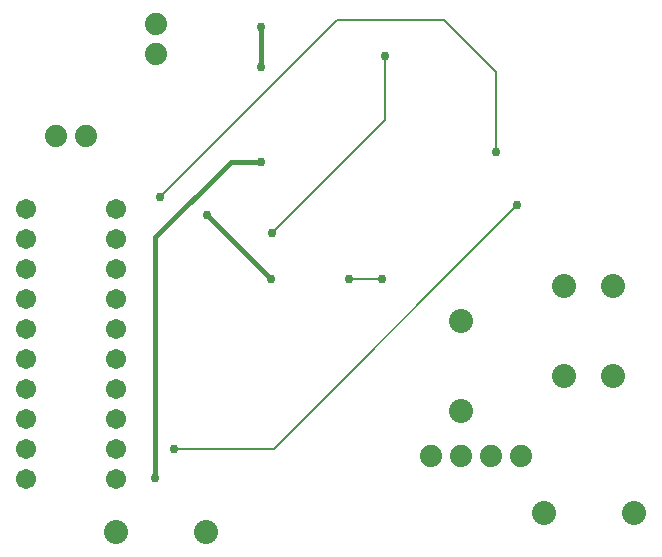
<source format=gbr>
G04 EAGLE Gerber RS-274X export*
G75*
%MOMM*%
%FSLAX34Y34*%
%LPD*%
%INBottom Copper*%
%IPPOS*%
%AMOC8*
5,1,8,0,0,1.08239X$1,22.5*%
G01*
%ADD10C,1.879600*%
%ADD11C,2.032000*%
%ADD12C,1.705100*%
%ADD13C,0.756400*%
%ADD14C,0.200000*%
%ADD15C,0.400000*%


D10*
X525500Y130500D03*
X500100Y130500D03*
X474700Y130500D03*
X449300Y130500D03*
X216600Y471150D03*
X216600Y496550D03*
X157500Y401500D03*
X132100Y401500D03*
D11*
X603600Y275200D03*
X603600Y199000D03*
X561700Y199000D03*
X561700Y275200D03*
X474700Y168600D03*
X474700Y244800D03*
X621350Y82550D03*
X545150Y82550D03*
X182500Y66800D03*
X258700Y66800D03*
D12*
X182500Y111700D03*
X182500Y137100D03*
X182500Y162500D03*
X182500Y187900D03*
X182500Y213300D03*
X182500Y238700D03*
X182500Y264100D03*
X182500Y289500D03*
X182500Y314900D03*
X182500Y340300D03*
X106300Y340300D03*
X106300Y314900D03*
X106300Y289500D03*
X106300Y264100D03*
X106300Y238700D03*
X106300Y213300D03*
X106300Y187900D03*
X106300Y162500D03*
X106300Y137100D03*
X106300Y111700D03*
D13*
X380000Y281000D03*
D14*
X408000Y281000D01*
D13*
X408000Y281000D03*
X260000Y335000D03*
X314200Y280800D03*
D15*
X260000Y335000D01*
D14*
X315000Y320000D02*
X410000Y415000D01*
X410000Y470000D01*
D13*
X410000Y470000D03*
X315000Y320000D03*
X305000Y460000D03*
D15*
X305000Y493750D01*
D13*
X305000Y493750D03*
X216000Y112000D03*
D15*
X216000Y316000D01*
X280000Y380000D01*
X305000Y380000D01*
D13*
X305000Y380000D03*
X232000Y137000D03*
D14*
X316000Y137000D01*
X522500Y343500D01*
D13*
X522500Y343500D03*
X220000Y350000D03*
D14*
X370000Y500000D01*
X460000Y500000D01*
X504000Y456000D02*
X504000Y388500D01*
D13*
X504000Y388500D03*
D14*
X504000Y456000D02*
X460000Y500000D01*
M02*

</source>
